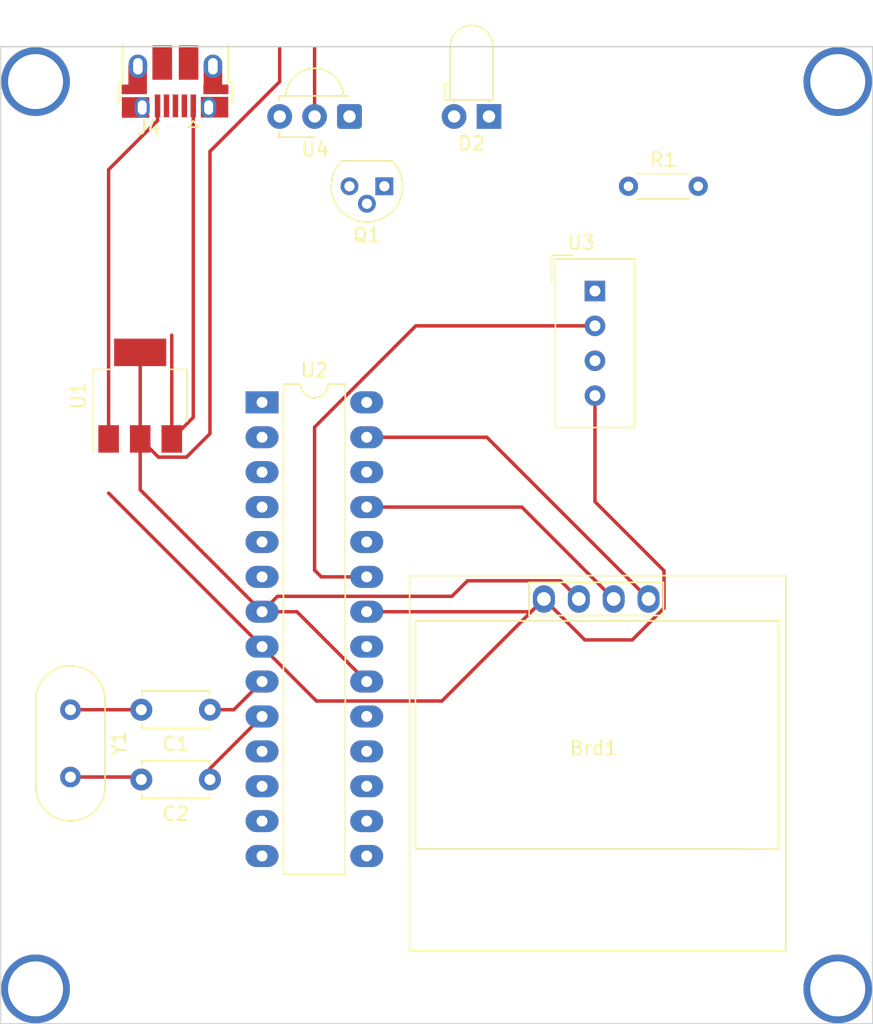
<source format=kicad_pcb>
(kicad_pcb (version 20211014) (generator pcbnew)
  (layers (0 "F.Cu" signal) (31 "B.Cu" signal) (34 "B.Paste" user) (35 "F.Paste" user) (36 "B.SilkS" user "B.Silkscreen") (37 "F.SilkS" user "F.Silkscreen") (38 "B.Mask" user) (39 "F.Mask" user) (44 "Edge.Cuts" user))
  (net 0 "")
  (net 1 "GND")
  (net 2 "Net-(Brd1-Pad4)")
  (net 3 "Net-(J4-Pad1)")
  (net 4 "Net-(Brd1-Pad3)")
  (net 6 "Net-(C1-Pad1)")
  (net 7 "Net-(U2-Pad23)")
  (net 9 "Net-(Brd1-Pad2)")
  (net 13 "Net-(D2-PadA)")
  (net 14 "Net-(Q1-Pad2)")
  (net 25 "AREF")
  (net 29 "Net-(C2-Pad1)")
  (net 30 "Net-(C2-Pad2)")
  (net 31 "Net-(C1-Pad2)")
  (net 32 "Net-(R1-Pad1)")
  (net 33 "Net-(U2-Pad5)")
  (footprint "Crystal:Crystal_HC18-U_Vertical" (layer "F.Cu") (at 109.22 96.52 -90)
    (fp_text reference "Y1" (at 2.45 -3.525 90) (layer "F.SilkS"))
    (fp_text value "CRYSTAL-16MHZPTH-HC49US")
    (fp_line (start -0.675 -2.525) (end 5.575 -2.525) (layer "F.SilkS") (width 0.12))
    (fp_line (start -0.675 2.525) (end 5.575 2.525) (layer "F.SilkS") (width 0.12))
    (fp_arc (start -0.675 2.525) (mid -3.2 0) (end -0.675 -2.525) (layer "F.SilkS") (width 0.12))
    (fp_arc (start 5.575 -2.525) (mid 8.1 0) (end 5.575 2.525) (layer "F.SilkS") (width 0.12))
    (pad "1" thru_hole circle (at 0 0 270) (size 1.5 1.5) (drill 0.8) (layers *.Cu *.Mask) (net 31 "Net-(C1-Pad2)"))
    (pad "2" thru_hole circle (at 4.9 0 270) (size 1.5 1.5) (drill 0.8) (layers *.Cu *.Mask) (net 30 "Net-(C2-Pad2)"))
  )
  (footprint "Package_TO_SOT_SMD:SOT-223-3_TabPin2" (layer "F.Cu") (at 114.3 73.66 90)
    (fp_text reference "U1" (at 0 -4.5 90) (layer "F.SilkS"))
    (fp_text value "AMS1117-5.0")
    (fp_line (start 1.91 3.41) (end 1.91 2.15) (layer "F.SilkS") (width 0.12))
    (fp_line (start 1.91 -3.41) (end 1.91 -2.15) (layer "F.SilkS") (width 0.12))
    (fp_line (start -1.85 3.41) (end 1.91 3.41) (layer "F.SilkS") (width 0.12))
    (fp_line (start -4.1 -3.41) (end 1.91 -3.41) (layer "F.SilkS") (width 0.12))
    (pad "1" smd rect (at -3.15 -2.3 90) (size 2 1.5) (layers "F.Cu" "F.Paste" "F.Mask") (net 1 "GND"))
    (pad "2" smd rect (at -3.15 0 90) (size 2 1.5) (layers "F.Cu" "F.Paste" "F.Mask") (net 9 "Net-(Brd1-Pad2)"))
    (pad "2" smd rect (at 3.15 0 90) (size 2 3.8) (layers "F.Cu" "F.Paste" "F.Mask") (net 9 "Net-(Brd1-Pad2)"))
    (pad "3" smd rect (at -3.15 2.3 90) (size 2 1.5) (layers "F.Cu" "F.Paste" "F.Mask") (net 3 "Net-(J4-Pad1)"))
  )
  (footprint "Resistor_THT:R_Axial_DIN0204_L3.6mm_D1.6mm_P5.08mm_Horizontal" (layer "F.Cu") (at 149.86 58.42)
    (fp_text reference "R1" (at 2.54 -1.92) (layer "F.SilkS"))
    (fp_text value "470")
    (fp_line (start 0.62 0.92) (end 4.46 0.92) (layer "F.SilkS") (width 0.12))
    (fp_line (start 0.62 -0.92) (end 4.46 -0.92) (layer "F.SilkS") (width 0.12))
    (pad "1" thru_hole circle (at 0 0) (size 1.4 1.4) (drill 0.7) (layers *.Cu *.Mask) (net 32 "Net-(R1-Pad1)"))
    (pad "2" thru_hole oval (at 5.08 0) (size 1.4 1.4) (drill 0.7) (layers *.Cu *.Mask) (net 14 "Net-(Q1-Pad2)"))
  )
  (footprint "OptoDevice:Vishay_MINICAST-3Pin" (layer "F.Cu") (at 129.54 53.34 180)
    (fp_text reference "U4" (at 2.5 -2.4) (layer "F.SilkS"))
    (fp_text value "TSOP382xx")
    (fp_line (start 5.14 -1.51) (end 2.54 -1.51) (layer "F.SilkS") (width 0.12))
    (fp_line (start 5.14 1.5) (end 0.05 1.5) (layer "F.SilkS") (width 0.12))
    (fp_line (start 5.14 1.16) (end 5.14 1.5) (layer "F.SilkS") (width 0.12))
    (fp_line (start 5.14 -1.16) (end 5.14 -1.51) (layer "F.SilkS") (width 0.12))
    (fp_arc (start 4.64 1.5) (mid 2.540869 3.502379) (end 0.440083 1.501736) (layer "F.SilkS") (width 0.12))
    (pad "1" thru_hole roundrect (at 0 0 180) (size 1.8 1.8) (drill 0.9) (layers *.Cu *.Mask) (roundrect_rratio 0.139) (net 33 "Net-(U2-Pad5)"))
    (pad "2" thru_hole circle (at 2.54 0 180) (size 1.8 1.8) (drill 0.9) (layers *.Cu *.Mask) (net 1 "GND"))
    (pad "3" thru_hole circle (at 5.08 0 180) (size 1.8 1.8) (drill 0.9) (layers *.Cu *.Mask) (net 9 "Net-(Brd1-Pad2)"))
  )
  (footprint "LED_THT:LED_D3.0mm_Horizontal_O1.27mm_Z2.0mm_IRGrey" (layer "F.Cu") (at 139.7 53.34 180)
    (fp_text reference "D2" (at 1.27 -1.96) (layer "F.SilkS"))
    (fp_text value "LED-IRSIDE_EMITTER")
    (fp_line (start 3.23 2.33) (end 2.83 2.33) (layer "F.SilkS") (width 0.12))
    (fp_line (start 2.83 1.21) (end 3.23 1.21) (layer "F.SilkS") (width 0.12))
    (fp_line (start 2.54 1.08) (end 2.54 1.08) (layer "F.SilkS") (width 0.12))
    (fp_line (start 2.83 2.33) (end 2.83 1.21) (layer "F.SilkS") (width 0.12))
    (fp_line (start -0.29 1.21) (end 2.83 1.21) (layer "F.SilkS") (width 0.12))
    (fp_line (start 0 1.08) (end 0 1.21) (layer "F.SilkS") (width 0.12))
    (fp_line (start 2.83 1.21) (end 2.83 5.07) (layer "F.SilkS") (width 0.12))
    (fp_line (start 0 1.21) (end 0 1.21) (layer "F.SilkS") (width 0.12))
    (fp_line (start 2.54 1.21) (end 2.54 1.21) (layer "F.SilkS") (width 0.12))
    (fp_line (start 2.54 1.21) (end 2.54 1.08) (layer "F.SilkS") (width 0.12))
    (fp_line (start 0 1.21) (end 0 1.08) (layer "F.SilkS") (width 0.12))
    (fp_line (start 0 1.08) (end 0 1.08) (layer "F.SilkS") (width 0.12))
    (fp_line (start 3.23 1.21) (end 3.23 2.33) (layer "F.SilkS") (width 0.12))
    (fp_line (start 2.54 1.08) (end 2.54 1.21) (layer "F.SilkS") (width 0.12))
    (fp_line (start -0.29 1.21) (end -0.29 5.07) (layer "F.SilkS") (width 0.12))
    (fp_arc (start 2.83 5.07) (mid 1.27 6.63) (end -0.29 5.07) (layer "F.SilkS") (width 0.12))
    (pad "1" thru_hole rect (at 0 0 180) (size 1.8 1.8) (drill 0.9) (layers *.Cu *.Mask))
    (pad "2" thru_hole circle (at 2.54 0 180) (size 1.8 1.8) (drill 0.9) (layers *.Cu *.Mask))
  )
  (footprint "SSD1306:128x64OLED" (layer "F.Cu") (at 147.32 99.06)
    (fp_text reference "Brd1" (at 0 0.254) (layer "F.SilkS"))
    (fp_text value "SSD1306")
    (fp_line (start -13.4 15) (end -13.4 -12.3) (layer "F.SilkS") (width 0.12))
    (fp_line (start 5.08 -11.811) (end 5.08 -9.398) (layer "F.SilkS") (width 0.12))
    (fp_line (start -12.978 7.595) (end -12.978 -9.005) (layer "F.SilkS") (width 0.12))
    (fp_line (start 10.122 -9.005) (end 13.208 -9.005) (layer "F.SilkS") (width 0.12))
    (fp_line (start -4.699 -11.811) (end -4.699 -9.398) (layer "F.SilkS") (width 0.12))
    (fp_line (start -13.4 -12.3) (end 14 -12.3) (layer "F.SilkS") (width 0.12))
    (fp_line (start 13.462 -9.017) (end 13.208 -9.005) (layer "F.SilkS") (width 0.12))
    (fp_line (start -4.699 -11.811) (end 5.08 -11.811) (layer "F.SilkS") (width 0.12))
    (fp_line (start -12.978 -9.005) (end 10.122 -9.005) (layer "F.SilkS") (width 0.12))
    (fp_line (start 10.122 7.595) (end 13.462 7.62) (layer "F.SilkS") (width 0.12))
    (fp_line (start 14 15) (end -13.4 15) (layer "F.SilkS") (width 0.12))
    (fp_line (start 10.122 7.595) (end -12.978 7.595) (layer "F.SilkS") (width 0.12))
    (fp_line (start 14 -12.3) (end 14 15) (layer "F.SilkS") (width 0.12))
    (fp_line (start 13.462 7.62) (end 13.462 -9.017) (layer "F.SilkS") (width 0.12))
    (fp_line (start 5.08 -9.398) (end -4.699 -9.398) (layer "F.SilkS") (width 0.12))
    (pad "1" thru_hole oval locked (at -3.62 -10.6 90) (size 2 1.6) (drill 1) (layers *.Cu *.Mask) (net 1 "GND"))
    (pad "2" thru_hole oval locked (at -1.08 -10.6 90) (size 2 1.6) (drill 1) (layers *.Cu *.Mask) (net 9 "Net-(Brd1-Pad2)"))
    (pad "3" thru_hole oval locked (at 1.46 -10.6 90) (size 2 1.6) (drill 1) (layers *.Cu *.Mask) (net 4 "Net-(Brd1-Pad3)"))
    (pad "4" thru_hole oval locked (at 4 -10.6 90) (size 2 1.6) (drill 1) (layers *.Cu *.Mask) (net 2 "Net-(Brd1-Pad4)"))
  )
  (footprint "Capacitor_THT:C_Disc_D4.7mm_W2.5mm_P5.00mm" (layer "F.Cu") (at 119.38 96.52 180)
    (fp_text reference "C1" (at 2.5 -2.5) (layer "F.SilkS"))
    (fp_text value "22UF-0805-6.3V-20%")
    (fp_line (start 0.03 -1.37) (end 4.97 -1.37) (layer "F.SilkS") (width 0.12))
    (fp_line (start 0.03 1.37) (end 4.97 1.37) (layer "F.SilkS") (width 0.12))
    (fp_line (start 4.97 -1.37) (end 4.97 -1.055) (layer "F.SilkS") (width 0.12))
    (fp_line (start 0.03 1.055) (end 0.03 1.37) (layer "F.SilkS") (width 0.12))
    (fp_line (start 0.03 -1.37) (end 0.03 -1.055) (layer "F.SilkS") (width 0.12))
    (fp_line (start 4.97 1.055) (end 4.97 1.37) (layer "F.SilkS") (width 0.12))
    (pad "1" thru_hole circle (at 0 0 180) (size 1.6 1.6) (drill 0.8) (layers *.Cu *.Mask) (net 6 "Net-(C1-Pad1)"))
    (pad "2" thru_hole circle (at 5 0 180) (size 1.6 1.6) (drill 0.8) (layers *.Cu *.Mask) (net 31 "Net-(C1-Pad2)"))
  )
  (footprint "Capacitor_THT:C_Disc_D4.7mm_W2.5mm_P5.00mm" (layer "F.Cu") (at 119.38 101.6 180)
    (fp_text reference "C2" (at 2.5 -2.5) (layer "F.SilkS"))
    (fp_text value "22UF-0805-6.3V-20%")
    (fp_line (start 0.03 1.055) (end 0.03 1.37) (layer "F.SilkS") (width 0.12))
    (fp_line (start 0.03 -1.37) (end 4.97 -1.37) (layer "F.SilkS") (width 0.12))
    (fp_line (start 0.03 1.37) (end 4.97 1.37) (layer "F.SilkS") (width 0.12))
    (fp_line (start 4.97 1.055) (end 4.97 1.37) (layer "F.SilkS") (width 0.12))
    (fp_line (start 0.03 -1.37) (end 0.03 -1.055) (layer "F.SilkS") (width 0.12))
    (fp_line (start 4.97 -1.37) (end 4.97 -1.055) (layer "F.SilkS") (width 0.12))
    (pad "1" thru_hole circle (at 0 0 180) (size 1.6 1.6) (drill 0.8) (layers *.Cu *.Mask) (net 29 "Net-(C2-Pad1)"))
    (pad "2" thru_hole circle (at 5 0 180) (size 1.6 1.6) (drill 0.8) (layers *.Cu *.Mask) (net 30 "Net-(C2-Pad2)"))
  )
  (footprint "Sensor:Aosong_DHT11_5.5x12.0_P2.54mm" (layer "F.Cu") (at 147.4175 66.04)
    (fp_text reference "U3" (at -1 -3.5) (layer "F.SilkS"))
    (fp_text value "DHT11")
    (fp_line (start -3.16 -2.6) (end -3.16 -0.6) (layer "F.SilkS") (width 0.12))
    (fp_line (start -2.87 -2.32) (end 2.87 -2.32) (layer "F.SilkS") (width 0.12))
    (fp_line (start -3.16 -2.6) (end -1.55 -2.6) (layer "F.SilkS") (width 0.12))
    (fp_line (start 2.88 -2.32) (end 2.88 9.94) (layer "F.SilkS") (width 0.12))
    (fp_line (start 2.88 9.94) (end -2.88 9.94) (layer "F.SilkS") (width 0.12))
    (fp_line (start -2.88 9.94) (end -2.88 -2.31) (layer "F.SilkS") (width 0.12))
    (pad "1" thru_hole rect (at 0 0) (size 1.5 1.5) (drill 0.8) (layers *.Cu *.Mask) (net 9 "Net-(Brd1-Pad2)"))
    (pad "2" thru_hole circle (at 0 2.54) (size 1.5 1.5) (drill 0.8) (layers *.Cu *.Mask) (net 7 "Net-(U2-Pad23)"))
    (pad "3" thru_hole circle (at 0 5.08) (size 1.5 1.5) (drill 0.8) (layers *.Cu *.Mask))
    (pad "4" thru_hole circle (at 0 7.62) (size 1.5 1.5) (drill 0.8) (layers *.Cu *.Mask) (net 1 "GND"))
  )
  (footprint "Connector_USB:USB_Micro-B_Amphenol_10103594-0001LF_Horizontal" (layer "F.Cu") (at 116.84 50.8 180)
    (fp_text reference "J4" (at 1.925 -3.365) (layer "F.SilkS"))
    (fp_text value "USB_B_Micro")
    (fp_line (start -0.925 -3.315) (end -1.325 -2.865) (layer "F.SilkS") (width 0.12))
    (fp_line (start -1.725 -3.315) (end -0.925 -3.315) (layer "F.SilkS") (width 0.12))
    (fp_line (start 3.825 -0.065) (end 4.125 -0.065) (layer "F.SilkS") (width 0.12))
    (fp_line (start 4.125 -0.065) (end 4.125 -1.615) (layer "F.SilkS") (width 0.12))
    (fp_line (start -3.875 2.735) (end -3.875 -0.065) (layer "F.SilkS") (width 0.12))
    (fp_line (start -1.325 -2.865) (end -1.725 -3.315) (layer "F.SilkS") (width 0.12))
    (fp_line (start 3.825 2.735) (end 3.825 -0.065) (layer "F.SilkS") (width 0.12))
    (fp_line (start -4.175 -0.065) (end -4.175 -1.615) (layer "F.SilkS") (width 0.12))
    (fp_line (start -4.175 -0.065) (end -3.875 -0.065) (layer "F.SilkS") (width 0.12))
    (pad "1" smd rect (at -1.325 -1.765 270) (size 1.65 0.4) (layers "F.Cu" "F.Paste" "F.Mask") (net 3 "Net-(J4-Pad1)"))
    (pad "2" smd rect (at -0.675 -1.765 270) (size 1.65 0.4) (layers "F.Cu" "F.Paste" "F.Mask"))
    (pad "3" smd rect (at -0.025 -1.765 270) (size 1.65 0.4) (layers "F.Cu" "F.Paste" "F.Mask"))
    (pad "4" smd rect (at 0.625 -1.765 270) (size 1.65 0.4) (layers "F.Cu" "F.Paste" "F.Mask"))
    (pad "5" smd rect (at 1.275 -1.765 270) (size 1.65 0.4) (layers "F.Cu" "F.Paste" "F.Mask") (net 1 "GND"))
    (pad "6" thru_hole oval (at 2.395 -1.885 270) (size 1.5 1.1) (drill oval 1.05 0.65) (layers *.Cu *.Mask))
    (pad "6" smd rect (at 0.935 1.385 270) (size 2.5 1.43) (layers "F.Cu" "F.Paste" "F.Mask"))
    (pad "6" smd rect (at -2.975 -0.565 180) (size 1.825 0.7) (layers "F.Cu" "F.Paste" "F.Mask"))
    (pad "6" smd rect (at -0.985 1.385 270) (size 2.5 1.43) (layers "F.Cu" "F.Paste" "F.Mask"))
    (pad "6" smd rect (at 2.875 -1.885 180) (size 2 1.5) (layers "F.Cu" "F.Paste" "F.Mask"))
    (pad "6" smd rect (at -2.755 0.185 180) (size 1.35 2) (layers "F.Cu" "F.Paste" "F.Mask"))
    (pad "6" smd rect (at 2.975 -0.565 180) (size 1.825 0.7) (layers "F.Cu" "F.Paste" "F.Mask"))
    (pad "6" thru_hole oval (at -2.445 -1.885 270) (size 1.5 1.1) (drill oval 1.05 0.65) (layers *.Cu *.Mask))
    (pad "6" smd rect (at -2.875 -1.865 180) (size 2 1.5) (layers "F.Cu" "F.Paste" "F.Mask"))
    (pad "6" thru_hole oval (at -2.755 1.115 270) (size 1.7 1.35) (drill oval 1.2 0.7) (layers *.Cu *.Mask))
    (pad "6" thru_hole oval (at 2.705 1.115 270) (size 1.7 1.35) (drill oval 1.2 0.7) (layers *.Cu *.Mask))
    (pad "6" smd rect (at 2.725 0.185 180) (size 1.35 2) (layers "F.Cu" "F.Paste" "F.Mask"))
  )
  (footprint "Package_TO_SOT_THT:TO-92" (layer "F.Cu") (at 132.08 58.42 180)
    (fp_text reference "Q1" (at 1.27 -3.56) (layer "F.SilkS"))
    (fp_text value "TRANS_NPN-P2N2222A")
    (fp_line (start -0.53 1.85) (end 3.07 1.85) (layer "F.SilkS") (width 0.12))
    (fp_arc (start 1.27 -2.6) (mid 3.672087 -0.994977) (end 3.108478 1.838478) (layer "F.SilkS") (width 0.12))
    (fp_arc (start -0.568478 1.838478) (mid -1.132087 -0.994977) (end 1.27 -2.6) (layer "F.SilkS") (width 0.12))
    (pad "1" thru_hole rect (at 0 0 180) (size 1.3 1.3) (drill 0.75) (layers *.Cu *.Mask) (net 13 "Net-(D2-PadA)"))
    (pad "2" thru_hole circle (at 1.27 -1.27 180) (size 1.3 1.3) (drill 0.75) (layers *.Cu *.Mask) (net 14 "Net-(Q1-Pad2)"))
    (pad "3" thru_hole circle (at 2.54 0 180) (size 1.3 1.3) (drill 0.75) (layers *.Cu *.Mask) (net 1 "GND"))
  )
  (footprint "Package_DIP:DIP-28_W7.62mm_LongPads" (layer "F.Cu") (at 123.175 74.15)
    (fp_text reference "U2" (at 3.81 -2.33) (layer "F.SilkS"))
    (fp_text value "ATmega328-P")
    (fp_line (start 1.56 -1.33) (end 1.56 34.35) (layer "F.SilkS") (width 0.12))
    (fp_line (start 2.81 -1.33) (end 1.56 -1.33) (layer "F.SilkS") (width 0.12))
    (fp_line (start 6.06 -1.33) (end 4.81 -1.33) (layer "F.SilkS") (width 0.12))
    (fp_line (start 1.56 34.35) (end 6.06 34.35) (layer "F.SilkS") (width 0.12))
    (fp_line (start 6.06 34.35) (end 6.06 -1.33) (layer "F.SilkS") (width 0.12))
    (fp_arc (start 4.81 -1.33) (mid 3.81 -0.33) (end 2.81 -1.33) (layer "F.SilkS") (width 0.12))
    (pad "1" thru_hole rect (at 0 0) (size 2.4 1.6) (drill 0.8) (layers *.Cu *.Mask))
    (pad "2" thru_hole oval (at 0 2.54) (size 2.4 1.6) (drill 0.8) (layers *.Cu *.Mask))
    (pad "3" thru_hole oval (at 0 5.08) (size 2.4 1.6) (drill 0.8) (layers *.Cu *.Mask))
    (pad "4" thru_hole oval (at 0 7.62) (size 2.4 1.6) (drill 0.8) (layers *.Cu *.Mask) (net 32 "Net-(R1-Pad1)"))
    (pad "5" thru_hole oval (at 0 10.16) (size 2.4 1.6) (drill 0.8) (layers *.Cu *.Mask) (net 33 "Net-(U2-Pad5)"))
    (pad "6" thru_hole oval (at 0 12.7) (size 2.4 1.6) (drill 0.8) (layers *.Cu *.Mask))
    (pad "7" thru_hole oval (at 0 15.24) (size 2.4 1.6) (drill 0.8) (layers *.Cu *.Mask) (net 9 "Net-(Brd1-Pad2)"))
    (pad "8" thru_hole oval (at 0 17.78) (size 2.4 1.6) (drill 0.8) (layers *.Cu *.Mask) (net 1 "GND"))
    (pad "9" thru_hole oval (at 0 20.32) (size 2.4 1.6) (drill 0.8) (layers *.Cu *.Mask) (net 6 "Net-(C1-Pad1)"))
    (pad "10" thru_hole oval (at 0 22.86) (size 2.4 1.6) (drill 0.8) (layers *.Cu *.Mask) (net 29 "Net-(C2-Pad1)"))
    (pad "11" thru_hole oval (at 0 25.4) (size 2.4 1.6) (drill 0.8) (layers *.Cu *.Mask))
    (pad "12" thru_hole oval (at 0 27.94) (size 2.4 1.6) (drill 0.8) (layers *.Cu *.Mask))
    (pad "13" thru_hole oval (at 0 30.48) (size 2.4 1.6) (drill 0.8) (layers *.Cu *.Mask))
    (pad "14" thru_hole oval (at 0 33.02) (size 2.4 1.6) (drill 0.8) (layers *.Cu *.Mask))
    (pad "15" thru_hole oval (at 7.62 33.02) (size 2.4 1.6) (drill 0.8) (layers *.Cu *.Mask))
    (pad "16" thru_hole oval (at 7.62 30.48) (size 2.4 1.6) (drill 0.8) (layers *.Cu *.Mask))
    (pad "17" thru_hole oval (at 7.62 27.94) (size 2.4 1.6) (drill 0.8) (layers *.Cu *.Mask))
    (pad "18" thru_hole oval (at 7.62 25.4) (size 2.4 1.6) (drill 0.8) (layers *.Cu *.Mask))
    (pad "19" thru_hole oval (at 7.62 22.86) (size 2.4 1.6) (drill 0.8) (layers *.Cu *.Mask))
    (pad "20" thru_hole oval (at 7.62 20.32) (size 2.4 1.6) (drill 0.8) (layers *.Cu *.Mask) (net 9 "Net-(Brd1-Pad2)"))
    (pad "21" thru_hole oval (at 7.62 17.78) (size 2.4 1.6) (drill 0.8) (layers *.Cu *.Mask) (net 25 "AREF"))
    (pad "22" thru_hole oval (at 7.62 15.24) (size 2.4 1.6) (drill 0.8) (layers *.Cu *.Mask) (net 1 "GND"))
    (pad "23" thru_hole oval (at 7.62 12.7) (size 2.4 1.6) (drill 0.8) (layers *.Cu *.Mask) (net 7 "Net-(U2-Pad23)"))
    (pad "24" thru_hole oval (at 7.62 10.16) (size 2.4 1.6) (drill 0.8) (layers *.Cu *.Mask))
    (pad "25" thru_hole oval (at 7.62 7.62) (size 2.4 1.6) (drill 0.8) (layers *.Cu *.Mask) (net 4 "Net-(Brd1-Pad3)"))
    (pad "26" thru_hole oval (at 7.62 5.08) (size 2.4 1.6) (drill 0.8) (layers *.Cu *.Mask))
    (pad "27" thru_hole oval (at 7.62 2.54) (size 2.4 1.6) (drill 0.8) (layers *.Cu *.Mask) (net 2 "Net-(Brd1-Pad4)"))
    (pad "28" thru_hole oval (at 7.62 0) (size 2.4 1.6) (drill 0.8) (layers *.Cu *.Mask))
  )
  (gr_rect (start 104.14 48.26) (end 167.64 119.38) (layer "Edge.Cuts") (width 0.1) (fill none))
  (via (at 165.1 50.8) (size 5) (drill 4) (layers "F.Cu" "B.Cu") (net 0))
  (via (at 165.1 116.84) (size 5) (drill 4) (layers "F.Cu" "B.Cu") (net 0))
  (via (at 106.68 50.8) (size 5) (drill 4) (layers "F.Cu" "B.Cu") (net 0))
  (via (at 106.68 116.84) (size 5) (drill 4) (layers "F.Cu" "B.Cu") (net 0))
  (segment (start 127 53.34) (end 127 48.385) (width 0.25) (layer "F.Cu") (net 1))
  (segment (start 142.77 89.39) (end 143.7 88.46) (width 0.25) (layer "F.Cu") (net 1))
  (segment (start 111.76 76.57) (end 112 76.81) (width 0.25) (layer "F.Cu") (net 1))
  (segment (start 112 57.205) (end 112 76.81) (width 0.25) (layer "F.Cu") (net 1))
  (segment (start 112 80.755) (end 123.175 91.93) (width 0.25) (layer "F.Cu") (net 1))
  (segment (start 130.795 89.39) (end 142.77 89.39) (width 0.25) (layer "F.Cu") (net 1))
  (segment (start 150.13099 91.44) (end 146.68 91.44) (width 0.25) (layer "F.Cu") (net 1))
  (segment (start 123.175 91.93) (end 127.13 95.885) (width 0.25) (layer "F.Cu") (net 1))
  (segment (start 152.445 86.405) (end 152.445 89.12599) (width 0.25) (layer "F.Cu") (net 1))
  (segment (start 127.13 95.885) (end 136.275 95.885) (width 0.25) (layer "F.Cu") (net 1))
  (segment (start 147.4175 73.66) (end 147.4175 81.3775) (width 0.25) (layer "F.Cu") (net 1))
  (segment (start 147.4175 81.3775) (end 152.445 86.405) (width 0.25) (layer "F.Cu") (net 1))
  (segment (start 115.565 52.565) (end 115.565 53.64) (width 0.25) (layer "F.Cu") (net 1))
  (segment (start 136.275 95.885) (end 143.7 88.46) (width 0.25) (layer "F.Cu") (net 1))
  (segment (start 146.68 91.44) (end 143.7 88.46) (width 0.25) (layer "F.Cu") (net 1))
  (segment (start 115.565 53.64) (end 112 57.205) (width 0.25) (layer "F.Cu") (net 1))
  (segment (start 152.445 89.12599) (end 150.13099 91.44) (width 0.25) (layer "F.Cu") (net 1))
  (segment (start 130.795 76.69) (end 139.55 76.69) (width 0.25) (layer "F.Cu") (net 2))
  (segment (start 151.32 88.46) (end 139.55 76.69) (width 0.25) (layer "F.Cu") (net 2))
  (segment (start 116.6 69.26) (end 116.6 76.81) (width 0.25) (layer "F.Cu") (net 3))
  (segment (start 118.165 75.245) (end 116.6 76.81) (width 0.25) (layer "F.Cu") (net 3))
  (segment (start 118.165 52.565) (end 118.165 75.245) (width 0.25) (layer "F.Cu") (net 3))
  (segment (start 142.09 81.77) (end 130.795 81.77) (width 0.25) (layer "F.Cu") (net 4))
  (segment (start 148.78 88.46) (end 142.09 81.77) (width 0.25) (layer "F.Cu") (net 4))
  (segment (start 119.38 96.52) (end 121.125 96.52) (width 0.25) (layer "F.Cu") (net 6))
  (segment (start 121.125 96.52) (end 123.175 94.47) (width 0.25) (layer "F.Cu") (net 6))
  (segment (start 127.49 86.85) (end 130.795 86.85) (width 0.25) (layer "F.Cu") (net 7))
  (segment (start 147.4175 68.58) (end 134.37401 68.58) (width 0.25) (layer "F.Cu") (net 7))
  (segment (start 127 86.36) (end 127.49 86.85) (width 0.25) (layer "F.Cu") (net 7))
  (segment (start 134.37401 68.58) (end 127 75.95401) (width 0.25) (layer "F.Cu") (net 7))
  (segment (start 127 75.95401) (end 127 86.36) (width 0.25) (layer "F.Cu") (net 7))
  (segment (start 117.675 78.135) (end 119.38 76.43) (width 0.25) (layer "F.Cu") (net 9))
  (segment (start 138.13 87.135) (end 137 88.265) (width 0.25) (layer "F.Cu") (net 9))
  (segment (start 123.175 89.39) (end 125.715 89.39) (width 0.25) (layer "F.Cu") (net 9))
  (segment (start 125.715 89.39) (end 130.795 94.47) (width 0.25) (layer "F.Cu") (net 9))
  (segment (start 114.3 80.515) (end 123.175 89.39) (width 0.25) (layer "F.Cu") (net 9))
  (segment (start 119.38 76.43) (end 119.38 55.88) (width 0.25) (layer "F.Cu") (net 9))
  (segment (start 124.3 88.265) (end 123.175 89.39) (width 0.25) (layer "F.Cu") (net 9))
  (segment (start 144.915 87.135) (end 138.13 87.135) (width 0.25) (layer "F.Cu") (net 9))
  (segment (start 115.625 78.135) (end 117.675 78.135) (width 0.25) (layer "F.Cu") (net 9))
  (segment (start 119.38 55.88) (end 124.46 50.8) (width 0.25) (layer "F.Cu") (net 9))
  (segment (start 114.3 76.81) (end 114.3 80.515) (width 0.25) (layer "F.Cu") (net 9))
  (segment (start 114.3 76.81) (end 115.625 78.135) (width 0.25) (layer "F.Cu") (net 9))
  (segment (start 114.3 70.51) (end 114.3 76.81) (width 0.25) (layer "F.Cu") (net 9))
  (segment (start 124.46 50.8) (end 124.46 48.385) (width 0.25) (layer "F.Cu") (net 9))
  (segment (start 146.24 88.46) (end 144.915 87.135) (width 0.25) (layer "F.Cu") (net 9))
  (segment (start 137 88.265) (end 124.3 88.265) (width 0.25) (layer "F.Cu") (net 9))
  (segment (start 119.38 101.6) (end 119.38 100.805) (width 0.25) (layer "F.Cu") (net 29))
  (segment (start 119.38 100.805) (end 123.175 97.01) (width 0.25) (layer "F.Cu") (net 29))
  (segment (start 114.2 101.42) (end 114.38 101.6) (width 0.25) (layer "F.Cu") (net 30))
  (segment (start 109.22 101.42) (end 114.2 101.42) (width 0.25) (layer "F.Cu") (net 30))
  (segment (start 109.22 96.52) (end 114.38 96.52) (width 0.25) (layer "F.Cu") (net 31))
)
</source>
